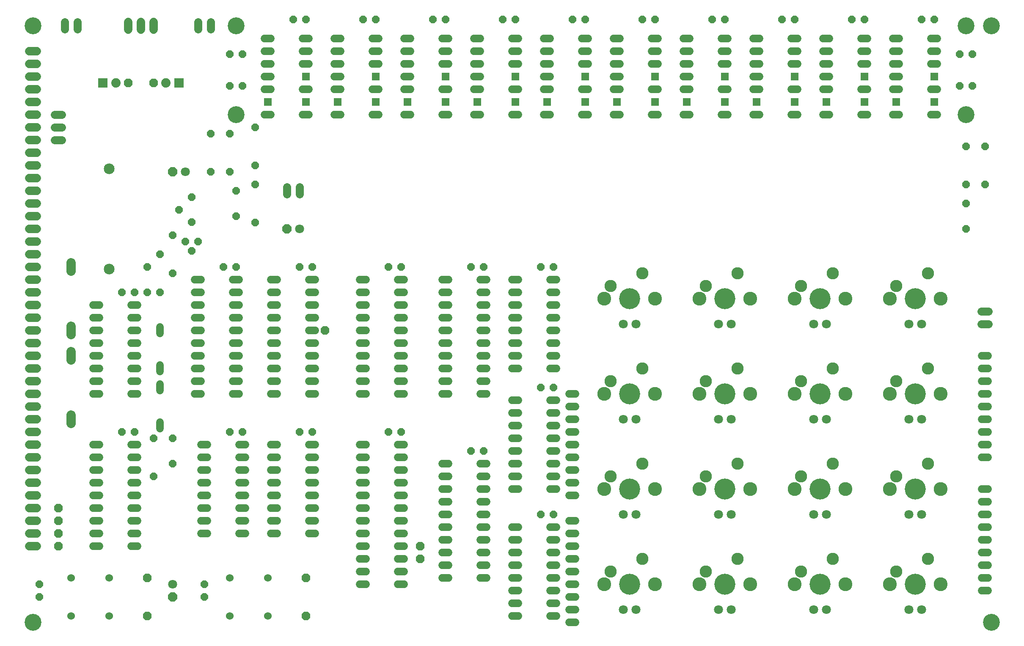
<source format=gts>
G04 EAGLE Gerber RS-274X export*
G75*
%MOMM*%
%FSLAX34Y34*%
%LPD*%
%INSoldermask Top*%
%IPPOS*%
%AMOC8*
5,1,8,0,0,1.08239X$1,22.5*%
G01*
%ADD10C,3.378200*%
%ADD11C,1.727200*%
%ADD12C,2.453200*%
%ADD13C,2.774800*%
%ADD14C,4.203600*%
%ADD15C,1.803400*%
%ADD16C,1.524000*%
%ADD17P,1.649562X8X112.500000*%
%ADD18C,1.524000*%
%ADD19P,1.869504X8X22.500000*%
%ADD20C,2.153200*%
%ADD21P,1.649562X8X292.500000*%
%ADD22C,1.879600*%
%ADD23P,1.649562X8X202.500000*%
%ADD24R,1.917700X1.917700*%
%ADD25C,1.879600*%
%ADD26C,1.625600*%
%ADD27P,1.649562X8X22.500000*%
%ADD28P,1.951982X8X292.500000*%
%ADD29P,1.951982X8X202.500000*%
%ADD30R,1.511200X1.511200*%


D10*
X38100Y38100D03*
X38100Y1231900D03*
X1955800Y1231900D03*
X1955800Y38100D03*
X1905000Y1231900D03*
X1905000Y1054100D03*
X444500Y1054100D03*
X444500Y1231900D03*
D11*
X45720Y698500D02*
X30480Y698500D01*
X30480Y723900D02*
X45720Y723900D01*
X45720Y749300D02*
X30480Y749300D01*
X30480Y774700D02*
X45720Y774700D01*
X45720Y800100D02*
X30480Y800100D01*
X30480Y825500D02*
X45720Y825500D01*
X45720Y850900D02*
X30480Y850900D01*
X30480Y876300D02*
X45720Y876300D01*
X45720Y901700D02*
X30480Y901700D01*
X30480Y927100D02*
X45720Y927100D01*
X45720Y952500D02*
X30480Y952500D01*
X30480Y977900D02*
X45720Y977900D01*
X45720Y1003300D02*
X30480Y1003300D01*
X30480Y1028700D02*
X45720Y1028700D01*
X45720Y1054100D02*
X30480Y1054100D01*
X30480Y1079500D02*
X45720Y1079500D01*
X45720Y1104900D02*
X30480Y1104900D01*
X30480Y1155700D02*
X45720Y1155700D01*
X45720Y1181100D02*
X30480Y1181100D01*
X30480Y1130300D02*
X45720Y1130300D01*
X45720Y190500D02*
X30480Y190500D01*
X30480Y215900D02*
X45720Y215900D01*
X45720Y241300D02*
X30480Y241300D01*
X30480Y266700D02*
X45720Y266700D01*
X45720Y292100D02*
X30480Y292100D01*
X30480Y317500D02*
X45720Y317500D01*
X45720Y342900D02*
X30480Y342900D01*
X30480Y368300D02*
X45720Y368300D01*
X45720Y393700D02*
X30480Y393700D01*
X30480Y419100D02*
X45720Y419100D01*
X45720Y444500D02*
X30480Y444500D01*
X30480Y469900D02*
X45720Y469900D01*
X45720Y495300D02*
X30480Y495300D01*
X30480Y520700D02*
X45720Y520700D01*
X45720Y546100D02*
X30480Y546100D01*
X30480Y571500D02*
X45720Y571500D01*
X45720Y596900D02*
X30480Y596900D01*
X30480Y622300D02*
X45720Y622300D01*
X45720Y647700D02*
X30480Y647700D01*
X30480Y673100D02*
X45720Y673100D01*
D12*
X1193800Y711200D03*
X1257300Y736600D03*
D13*
X1181100Y685800D03*
X1282700Y685800D03*
D14*
X1231900Y685800D03*
D15*
X1244600Y635000D03*
X1219200Y635000D03*
D12*
X1384300Y711200D03*
X1447800Y736600D03*
D13*
X1371600Y685800D03*
X1473200Y685800D03*
D14*
X1422400Y685800D03*
D15*
X1435100Y635000D03*
X1409700Y635000D03*
D12*
X1574800Y711200D03*
X1638300Y736600D03*
D13*
X1562100Y685800D03*
X1663700Y685800D03*
D14*
X1612900Y685800D03*
D15*
X1625600Y635000D03*
X1600200Y635000D03*
D12*
X1765300Y711200D03*
X1828800Y736600D03*
D13*
X1752600Y685800D03*
X1854200Y685800D03*
D14*
X1803400Y685800D03*
D15*
X1816100Y635000D03*
X1790700Y635000D03*
D12*
X1193800Y520700D03*
X1257300Y546100D03*
D13*
X1181100Y495300D03*
X1282700Y495300D03*
D14*
X1231900Y495300D03*
D15*
X1244600Y444500D03*
X1219200Y444500D03*
D12*
X1384300Y520700D03*
X1447800Y546100D03*
D13*
X1371600Y495300D03*
X1473200Y495300D03*
D14*
X1422400Y495300D03*
D15*
X1435100Y444500D03*
X1409700Y444500D03*
D12*
X1574800Y520700D03*
X1638300Y546100D03*
D13*
X1562100Y495300D03*
X1663700Y495300D03*
D14*
X1612900Y495300D03*
D15*
X1625600Y444500D03*
X1600200Y444500D03*
D12*
X1765300Y520700D03*
X1828800Y546100D03*
D13*
X1752600Y495300D03*
X1854200Y495300D03*
D14*
X1803400Y495300D03*
D15*
X1816100Y444500D03*
X1790700Y444500D03*
D12*
X1193800Y330200D03*
X1257300Y355600D03*
D13*
X1181100Y304800D03*
X1282700Y304800D03*
D14*
X1231900Y304800D03*
D15*
X1244600Y254000D03*
X1219200Y254000D03*
D12*
X1384300Y330200D03*
X1447800Y355600D03*
D13*
X1371600Y304800D03*
X1473200Y304800D03*
D14*
X1422400Y304800D03*
D15*
X1435100Y254000D03*
X1409700Y254000D03*
D12*
X1574800Y330200D03*
X1638300Y355600D03*
D13*
X1562100Y304800D03*
X1663700Y304800D03*
D14*
X1612900Y304800D03*
D15*
X1625600Y254000D03*
X1600200Y254000D03*
D12*
X1765300Y330200D03*
X1828800Y355600D03*
D13*
X1752600Y304800D03*
X1854200Y304800D03*
D14*
X1803400Y304800D03*
D15*
X1816100Y254000D03*
X1790700Y254000D03*
D12*
X1384300Y139700D03*
X1447800Y165100D03*
D13*
X1371600Y114300D03*
X1473200Y114300D03*
D14*
X1422400Y114300D03*
D15*
X1435100Y63500D03*
X1409700Y63500D03*
D12*
X1574800Y139700D03*
X1638300Y165100D03*
D13*
X1562100Y114300D03*
X1663700Y114300D03*
D14*
X1612900Y114300D03*
D15*
X1625600Y63500D03*
X1600200Y63500D03*
D12*
X1765300Y139700D03*
X1828800Y165100D03*
D13*
X1752600Y114300D03*
X1854200Y114300D03*
D14*
X1803400Y114300D03*
D15*
X1816100Y63500D03*
X1790700Y63500D03*
D12*
X1193800Y139700D03*
X1257300Y165100D03*
D13*
X1181100Y114300D03*
X1282700Y114300D03*
D14*
X1231900Y114300D03*
D15*
X1244600Y63500D03*
X1219200Y63500D03*
D16*
X870204Y723900D02*
X856996Y723900D01*
X856996Y698500D02*
X870204Y698500D01*
X870204Y571500D02*
X856996Y571500D01*
X856996Y546100D02*
X870204Y546100D01*
X870204Y673100D02*
X856996Y673100D01*
X856996Y647700D02*
X870204Y647700D01*
X870204Y596900D02*
X856996Y596900D01*
X856996Y622300D02*
X870204Y622300D01*
X870204Y520700D02*
X856996Y520700D01*
X856996Y495300D02*
X870204Y495300D01*
X933196Y495300D02*
X946404Y495300D01*
X946404Y520700D02*
X933196Y520700D01*
X933196Y546100D02*
X946404Y546100D01*
X946404Y571500D02*
X933196Y571500D01*
X933196Y596900D02*
X946404Y596900D01*
X946404Y622300D02*
X933196Y622300D01*
X933196Y647700D02*
X946404Y647700D01*
X946404Y673100D02*
X933196Y673100D01*
X933196Y698500D02*
X946404Y698500D01*
X946404Y723900D02*
X933196Y723900D01*
X705104Y723900D02*
X691896Y723900D01*
X691896Y698500D02*
X705104Y698500D01*
X705104Y571500D02*
X691896Y571500D01*
X691896Y546100D02*
X705104Y546100D01*
X705104Y673100D02*
X691896Y673100D01*
X691896Y647700D02*
X705104Y647700D01*
X705104Y596900D02*
X691896Y596900D01*
X691896Y622300D02*
X705104Y622300D01*
X705104Y520700D02*
X691896Y520700D01*
X691896Y495300D02*
X705104Y495300D01*
X768096Y495300D02*
X781304Y495300D01*
X781304Y520700D02*
X768096Y520700D01*
X768096Y546100D02*
X781304Y546100D01*
X781304Y571500D02*
X768096Y571500D01*
X768096Y596900D02*
X781304Y596900D01*
X781304Y622300D02*
X768096Y622300D01*
X768096Y647700D02*
X781304Y647700D01*
X781304Y673100D02*
X768096Y673100D01*
X768096Y698500D02*
X781304Y698500D01*
X781304Y723900D02*
X768096Y723900D01*
X527304Y723900D02*
X514096Y723900D01*
X514096Y698500D02*
X527304Y698500D01*
X527304Y571500D02*
X514096Y571500D01*
X514096Y546100D02*
X527304Y546100D01*
X527304Y673100D02*
X514096Y673100D01*
X514096Y647700D02*
X527304Y647700D01*
X527304Y596900D02*
X514096Y596900D01*
X514096Y622300D02*
X527304Y622300D01*
X527304Y520700D02*
X514096Y520700D01*
X514096Y495300D02*
X527304Y495300D01*
X590296Y495300D02*
X603504Y495300D01*
X603504Y520700D02*
X590296Y520700D01*
X590296Y546100D02*
X603504Y546100D01*
X603504Y571500D02*
X590296Y571500D01*
X590296Y596900D02*
X603504Y596900D01*
X603504Y622300D02*
X590296Y622300D01*
X590296Y647700D02*
X603504Y647700D01*
X603504Y673100D02*
X590296Y673100D01*
X590296Y698500D02*
X603504Y698500D01*
X603504Y723900D02*
X590296Y723900D01*
X996696Y723900D02*
X1009904Y723900D01*
X1009904Y698500D02*
X996696Y698500D01*
X996696Y571500D02*
X1009904Y571500D01*
X1009904Y546100D02*
X996696Y546100D01*
X996696Y673100D02*
X1009904Y673100D01*
X1009904Y647700D02*
X996696Y647700D01*
X996696Y596900D02*
X1009904Y596900D01*
X1009904Y622300D02*
X996696Y622300D01*
X1072896Y546100D02*
X1086104Y546100D01*
X1086104Y571500D02*
X1072896Y571500D01*
X1072896Y596900D02*
X1086104Y596900D01*
X1086104Y622300D02*
X1072896Y622300D01*
X1072896Y647700D02*
X1086104Y647700D01*
X1086104Y673100D02*
X1072896Y673100D01*
X1072896Y698500D02*
X1086104Y698500D01*
X1086104Y723900D02*
X1072896Y723900D01*
D17*
X482600Y838200D03*
X482600Y914400D03*
X482600Y952500D03*
X482600Y1028700D03*
D16*
X691896Y393700D02*
X705104Y393700D01*
X705104Y368300D02*
X691896Y368300D01*
X691896Y342900D02*
X705104Y342900D01*
X705104Y317500D02*
X691896Y317500D01*
X691896Y292100D02*
X705104Y292100D01*
X705104Y266700D02*
X691896Y266700D01*
X691896Y241300D02*
X705104Y241300D01*
X705104Y215900D02*
X691896Y215900D01*
X691896Y190500D02*
X705104Y190500D01*
X705104Y165100D02*
X691896Y165100D01*
X691896Y139700D02*
X705104Y139700D01*
X705104Y114300D02*
X691896Y114300D01*
X768096Y114300D02*
X781304Y114300D01*
X781304Y139700D02*
X768096Y139700D01*
X768096Y165100D02*
X781304Y165100D01*
X781304Y190500D02*
X768096Y190500D01*
X768096Y215900D02*
X781304Y215900D01*
X781304Y241300D02*
X768096Y241300D01*
X768096Y266700D02*
X781304Y266700D01*
X781304Y292100D02*
X768096Y292100D01*
X768096Y317500D02*
X781304Y317500D01*
X781304Y342900D02*
X768096Y342900D01*
X768096Y368300D02*
X781304Y368300D01*
X781304Y393700D02*
X768096Y393700D01*
X996696Y482600D02*
X1009904Y482600D01*
X1009904Y457200D02*
X996696Y457200D01*
X996696Y330200D02*
X1009904Y330200D01*
X1009904Y304800D02*
X996696Y304800D01*
X996696Y431800D02*
X1009904Y431800D01*
X1009904Y406400D02*
X996696Y406400D01*
X996696Y355600D02*
X1009904Y355600D01*
X1009904Y381000D02*
X996696Y381000D01*
X1072896Y304800D02*
X1086104Y304800D01*
X1086104Y330200D02*
X1072896Y330200D01*
X1072896Y355600D02*
X1086104Y355600D01*
X1086104Y381000D02*
X1072896Y381000D01*
X1072896Y406400D02*
X1086104Y406400D01*
X1086104Y431800D02*
X1072896Y431800D01*
X1072896Y457200D02*
X1086104Y457200D01*
X1086104Y482600D02*
X1072896Y482600D01*
X1009904Y228600D02*
X996696Y228600D01*
X996696Y203200D02*
X1009904Y203200D01*
X1009904Y76200D02*
X996696Y76200D01*
X996696Y50800D02*
X1009904Y50800D01*
X1009904Y177800D02*
X996696Y177800D01*
X996696Y152400D02*
X1009904Y152400D01*
X1009904Y101600D02*
X996696Y101600D01*
X996696Y127000D02*
X1009904Y127000D01*
X1072896Y50800D02*
X1086104Y50800D01*
X1086104Y76200D02*
X1072896Y76200D01*
X1072896Y101600D02*
X1086104Y101600D01*
X1086104Y127000D02*
X1072896Y127000D01*
X1072896Y152400D02*
X1086104Y152400D01*
X1086104Y177800D02*
X1072896Y177800D01*
X1072896Y203200D02*
X1086104Y203200D01*
X1086104Y228600D02*
X1072896Y228600D01*
X870204Y355600D02*
X856996Y355600D01*
X856996Y330200D02*
X870204Y330200D01*
X870204Y203200D02*
X856996Y203200D01*
X856996Y177800D02*
X870204Y177800D01*
X870204Y304800D02*
X856996Y304800D01*
X856996Y279400D02*
X870204Y279400D01*
X870204Y228600D02*
X856996Y228600D01*
X856996Y254000D02*
X870204Y254000D01*
X870204Y152400D02*
X856996Y152400D01*
X856996Y127000D02*
X870204Y127000D01*
X933196Y127000D02*
X946404Y127000D01*
X946404Y152400D02*
X933196Y152400D01*
X933196Y177800D02*
X946404Y177800D01*
X946404Y203200D02*
X933196Y203200D01*
X933196Y228600D02*
X946404Y228600D01*
X946404Y254000D02*
X933196Y254000D01*
X933196Y279400D02*
X946404Y279400D01*
X946404Y304800D02*
X933196Y304800D01*
X933196Y330200D02*
X946404Y330200D01*
X946404Y355600D02*
X933196Y355600D01*
X1110996Y292100D02*
X1124204Y292100D01*
X1124204Y317500D02*
X1110996Y317500D01*
X1110996Y342900D02*
X1124204Y342900D01*
X1124204Y368300D02*
X1110996Y368300D01*
X1110996Y393700D02*
X1124204Y393700D01*
X1124204Y419100D02*
X1110996Y419100D01*
X1110996Y444500D02*
X1124204Y444500D01*
X1124204Y469900D02*
X1110996Y469900D01*
X1110996Y495300D02*
X1124204Y495300D01*
X1124204Y38100D02*
X1110996Y38100D01*
X1110996Y63500D02*
X1124204Y63500D01*
X1124204Y88900D02*
X1110996Y88900D01*
X1110996Y114300D02*
X1124204Y114300D01*
X1124204Y139700D02*
X1110996Y139700D01*
X1110996Y165100D02*
X1124204Y165100D01*
X1124204Y190500D02*
X1110996Y190500D01*
X1110996Y215900D02*
X1124204Y215900D01*
X1124204Y241300D02*
X1110996Y241300D01*
X527304Y393700D02*
X514096Y393700D01*
X514096Y368300D02*
X527304Y368300D01*
X527304Y241300D02*
X514096Y241300D01*
X514096Y215900D02*
X527304Y215900D01*
X527304Y342900D02*
X514096Y342900D01*
X514096Y317500D02*
X527304Y317500D01*
X527304Y266700D02*
X514096Y266700D01*
X514096Y292100D02*
X527304Y292100D01*
X590296Y215900D02*
X603504Y215900D01*
X603504Y241300D02*
X590296Y241300D01*
X590296Y266700D02*
X603504Y266700D01*
X603504Y292100D02*
X590296Y292100D01*
X590296Y317500D02*
X603504Y317500D01*
X603504Y342900D02*
X590296Y342900D01*
X590296Y368300D02*
X603504Y368300D01*
X603504Y393700D02*
X590296Y393700D01*
X387604Y393700D02*
X374396Y393700D01*
X374396Y368300D02*
X387604Y368300D01*
X387604Y241300D02*
X374396Y241300D01*
X374396Y215900D02*
X387604Y215900D01*
X387604Y342900D02*
X374396Y342900D01*
X374396Y317500D02*
X387604Y317500D01*
X387604Y266700D02*
X374396Y266700D01*
X374396Y292100D02*
X387604Y292100D01*
X450596Y215900D02*
X463804Y215900D01*
X463804Y241300D02*
X450596Y241300D01*
X450596Y266700D02*
X463804Y266700D01*
X463804Y292100D02*
X450596Y292100D01*
X450596Y317500D02*
X463804Y317500D01*
X463804Y342900D02*
X450596Y342900D01*
X450596Y368300D02*
X463804Y368300D01*
X463804Y393700D02*
X450596Y393700D01*
D18*
X431800Y50800D03*
X508000Y50800D03*
X508000Y127000D03*
X431800Y127000D03*
D19*
X584200Y127000D03*
X584200Y50800D03*
D16*
X171704Y393700D02*
X158496Y393700D01*
X158496Y368300D02*
X171704Y368300D01*
X171704Y342900D02*
X158496Y342900D01*
X158496Y317500D02*
X171704Y317500D01*
X171704Y292100D02*
X158496Y292100D01*
X158496Y266700D02*
X171704Y266700D01*
X171704Y241300D02*
X158496Y241300D01*
X158496Y215900D02*
X171704Y215900D01*
X171704Y190500D02*
X158496Y190500D01*
X234696Y190500D02*
X247904Y190500D01*
X247904Y215900D02*
X234696Y215900D01*
X234696Y241300D02*
X247904Y241300D01*
X247904Y266700D02*
X234696Y266700D01*
X234696Y292100D02*
X247904Y292100D01*
X247904Y317500D02*
X234696Y317500D01*
X234696Y342900D02*
X247904Y342900D01*
X247904Y368300D02*
X234696Y368300D01*
X234696Y393700D02*
X247904Y393700D01*
D20*
X190500Y945100D03*
X190500Y745100D03*
D21*
X317500Y406400D03*
X317500Y355600D03*
D17*
X279400Y330200D03*
X279400Y406400D03*
D16*
X292100Y425196D02*
X292100Y438404D01*
X292100Y501396D02*
X292100Y514604D01*
X292100Y615696D02*
X292100Y628904D01*
X292100Y552704D02*
X292100Y539496D01*
D22*
X114300Y613918D02*
X114300Y630682D01*
X114300Y740918D02*
X114300Y757682D01*
X114300Y579882D02*
X114300Y563118D01*
X114300Y452882D02*
X114300Y436118D01*
D23*
X241300Y419100D03*
X215900Y419100D03*
D19*
X812800Y165100D03*
D16*
X171704Y673100D02*
X158496Y673100D01*
X158496Y647700D02*
X171704Y647700D01*
X171704Y520700D02*
X158496Y520700D01*
X158496Y495300D02*
X171704Y495300D01*
X171704Y622300D02*
X158496Y622300D01*
X158496Y596900D02*
X171704Y596900D01*
X171704Y546100D02*
X158496Y546100D01*
X158496Y571500D02*
X171704Y571500D01*
X234696Y495300D02*
X247904Y495300D01*
X247904Y520700D02*
X234696Y520700D01*
X234696Y546100D02*
X247904Y546100D01*
X247904Y571500D02*
X234696Y571500D01*
X234696Y596900D02*
X247904Y596900D01*
X247904Y622300D02*
X234696Y622300D01*
X234696Y647700D02*
X247904Y647700D01*
X247904Y673100D02*
X234696Y673100D01*
D21*
X292100Y774700D03*
X292100Y698500D03*
D23*
X241300Y698500D03*
X215900Y698500D03*
D18*
X114300Y50800D03*
X190500Y50800D03*
X190500Y127000D03*
X114300Y127000D03*
D19*
X266700Y127000D03*
X266700Y50800D03*
D24*
X177800Y1117600D03*
X330200Y1117600D03*
D25*
X204000Y1117600D03*
X304000Y1117600D03*
D19*
X279400Y1117600D03*
X228600Y1117600D03*
D17*
X266700Y698500D03*
X266700Y749300D03*
D23*
X584200Y1244600D03*
X558800Y1244600D03*
X723900Y1244600D03*
X698500Y1244600D03*
X863600Y1244600D03*
X838200Y1244600D03*
X1003300Y1244600D03*
X977900Y1244600D03*
X1143000Y1244600D03*
X1117600Y1244600D03*
X1282700Y1244600D03*
X1257300Y1244600D03*
X1422400Y1244600D03*
X1397000Y1244600D03*
X1562100Y1244600D03*
X1536700Y1244600D03*
X1841500Y1244600D03*
X1816100Y1244600D03*
X1701800Y1244600D03*
X1676400Y1244600D03*
X939800Y749300D03*
X914400Y749300D03*
X1079500Y749300D03*
X1054100Y749300D03*
X596900Y749300D03*
X571500Y749300D03*
X774700Y749300D03*
X749300Y749300D03*
X457200Y419100D03*
X431800Y419100D03*
X596900Y419100D03*
X571500Y419100D03*
X774700Y419100D03*
X749300Y419100D03*
X939800Y381000D03*
X914400Y381000D03*
X1079500Y508000D03*
X1054100Y508000D03*
X1079500Y254000D03*
X1054100Y254000D03*
D21*
X50800Y114300D03*
X50800Y88900D03*
X381000Y114300D03*
X381000Y88900D03*
D16*
X1936496Y571500D02*
X1949704Y571500D01*
X1949704Y546100D02*
X1936496Y546100D01*
X1936496Y520700D02*
X1949704Y520700D01*
X1949704Y495300D02*
X1936496Y495300D01*
X1936496Y469900D02*
X1949704Y469900D01*
X1949704Y444500D02*
X1936496Y444500D01*
X1936496Y419100D02*
X1949704Y419100D01*
X1949704Y393700D02*
X1936496Y393700D01*
X1936496Y368300D02*
X1949704Y368300D01*
X1949704Y304800D02*
X1936496Y304800D01*
X1936496Y279400D02*
X1949704Y279400D01*
X1949704Y254000D02*
X1936496Y254000D01*
X1936496Y228600D02*
X1949704Y228600D01*
X1949704Y203200D02*
X1936496Y203200D01*
X1936496Y177800D02*
X1949704Y177800D01*
X1949704Y152400D02*
X1936496Y152400D01*
X1936496Y127000D02*
X1949704Y127000D01*
X1949704Y101600D02*
X1936496Y101600D01*
D26*
X1935988Y660400D02*
X1950212Y660400D01*
X1950212Y635000D02*
X1935988Y635000D01*
X96012Y1003300D02*
X81788Y1003300D01*
X81788Y1028700D02*
X96012Y1028700D01*
X96012Y1054100D02*
X81788Y1054100D01*
D27*
X431800Y1174750D03*
X457200Y1174750D03*
D17*
X393700Y939800D03*
X393700Y1016000D03*
D27*
X431800Y1111250D03*
X457200Y1111250D03*
D17*
X431800Y939800D03*
X431800Y1016000D03*
D26*
X368300Y1224788D02*
X368300Y1239012D01*
X393700Y1239012D02*
X393700Y1224788D01*
D19*
X88900Y266700D03*
X88900Y241300D03*
X88900Y215900D03*
X88900Y190500D03*
X812800Y190500D03*
D27*
X1892300Y1174750D03*
X1917700Y1174750D03*
X1892300Y1111250D03*
X1917700Y1111250D03*
D17*
X1943100Y914400D03*
X1943100Y990600D03*
X1905000Y914400D03*
X1905000Y990600D03*
D28*
X317500Y88900D03*
D15*
X317500Y114300D03*
D17*
X1905000Y825500D03*
X1905000Y876300D03*
X444500Y850900D03*
X444500Y901700D03*
D21*
X355600Y838454D03*
X355600Y888746D03*
X330200Y863600D03*
D29*
X317500Y939800D03*
D15*
X342900Y939800D03*
D16*
X361696Y723900D02*
X374904Y723900D01*
X374904Y698500D02*
X361696Y698500D01*
X361696Y571500D02*
X374904Y571500D01*
X374904Y546100D02*
X361696Y546100D01*
X361696Y673100D02*
X374904Y673100D01*
X374904Y647700D02*
X361696Y647700D01*
X361696Y596900D02*
X374904Y596900D01*
X374904Y622300D02*
X361696Y622300D01*
X361696Y520700D02*
X374904Y520700D01*
X374904Y495300D02*
X361696Y495300D01*
X437896Y495300D02*
X451104Y495300D01*
X451104Y520700D02*
X437896Y520700D01*
X437896Y546100D02*
X451104Y546100D01*
X451104Y571500D02*
X437896Y571500D01*
X437896Y596900D02*
X451104Y596900D01*
X451104Y622300D02*
X437896Y622300D01*
X437896Y647700D02*
X451104Y647700D01*
X451104Y673100D02*
X437896Y673100D01*
X437896Y698500D02*
X451104Y698500D01*
X451104Y723900D02*
X437896Y723900D01*
D23*
X444500Y749300D03*
X419100Y749300D03*
D19*
X622300Y622300D03*
D23*
X342900Y800100D03*
X355600Y781050D03*
X368300Y800100D03*
D17*
X317500Y736600D03*
X317500Y812800D03*
D26*
X101600Y1224788D02*
X101600Y1239012D01*
X127000Y1239012D02*
X127000Y1224788D01*
D11*
X228600Y1224280D02*
X228600Y1239520D01*
X254000Y1239520D02*
X254000Y1224280D01*
X279400Y1224280D02*
X279400Y1239520D01*
D16*
X1758696Y1206500D02*
X1771904Y1206500D01*
X1771904Y1181100D02*
X1758696Y1181100D01*
X1758696Y1155700D02*
X1771904Y1155700D01*
X1771904Y1130300D02*
X1758696Y1130300D01*
X1758696Y1104900D02*
X1771904Y1104900D01*
X1771904Y1054100D02*
X1758696Y1054100D01*
X1834896Y1054100D02*
X1848104Y1054100D01*
X1848104Y1104900D02*
X1834896Y1104900D01*
X1834896Y1155700D02*
X1848104Y1155700D01*
X1848104Y1181100D02*
X1834896Y1181100D01*
X1834896Y1206500D02*
X1848104Y1206500D01*
D30*
X1841500Y1130300D03*
X1841500Y1079500D03*
X1765300Y1079500D03*
D16*
X1632204Y1206500D02*
X1618996Y1206500D01*
X1618996Y1181100D02*
X1632204Y1181100D01*
X1632204Y1155700D02*
X1618996Y1155700D01*
X1618996Y1130300D02*
X1632204Y1130300D01*
X1632204Y1104900D02*
X1618996Y1104900D01*
X1618996Y1054100D02*
X1632204Y1054100D01*
X1695196Y1054100D02*
X1708404Y1054100D01*
X1708404Y1104900D02*
X1695196Y1104900D01*
X1695196Y1155700D02*
X1708404Y1155700D01*
X1708404Y1181100D02*
X1695196Y1181100D01*
X1695196Y1206500D02*
X1708404Y1206500D01*
D30*
X1701800Y1130300D03*
X1701800Y1079500D03*
X1625600Y1079500D03*
D16*
X1492504Y1206500D02*
X1479296Y1206500D01*
X1479296Y1181100D02*
X1492504Y1181100D01*
X1492504Y1155700D02*
X1479296Y1155700D01*
X1479296Y1130300D02*
X1492504Y1130300D01*
X1492504Y1104900D02*
X1479296Y1104900D01*
X1479296Y1054100D02*
X1492504Y1054100D01*
X1555496Y1054100D02*
X1568704Y1054100D01*
X1568704Y1104900D02*
X1555496Y1104900D01*
X1555496Y1155700D02*
X1568704Y1155700D01*
X1568704Y1181100D02*
X1555496Y1181100D01*
X1555496Y1206500D02*
X1568704Y1206500D01*
D30*
X1562100Y1130300D03*
X1562100Y1079500D03*
X1485900Y1079500D03*
D16*
X1352804Y1206500D02*
X1339596Y1206500D01*
X1339596Y1181100D02*
X1352804Y1181100D01*
X1352804Y1155700D02*
X1339596Y1155700D01*
X1339596Y1130300D02*
X1352804Y1130300D01*
X1352804Y1104900D02*
X1339596Y1104900D01*
X1339596Y1054100D02*
X1352804Y1054100D01*
X1415796Y1054100D02*
X1429004Y1054100D01*
X1429004Y1104900D02*
X1415796Y1104900D01*
X1415796Y1155700D02*
X1429004Y1155700D01*
X1429004Y1181100D02*
X1415796Y1181100D01*
X1415796Y1206500D02*
X1429004Y1206500D01*
D30*
X1422400Y1130300D03*
X1422400Y1079500D03*
X1346200Y1079500D03*
D16*
X1213104Y1206500D02*
X1199896Y1206500D01*
X1199896Y1181100D02*
X1213104Y1181100D01*
X1213104Y1155700D02*
X1199896Y1155700D01*
X1199896Y1130300D02*
X1213104Y1130300D01*
X1213104Y1104900D02*
X1199896Y1104900D01*
X1199896Y1054100D02*
X1213104Y1054100D01*
X1276096Y1054100D02*
X1289304Y1054100D01*
X1289304Y1104900D02*
X1276096Y1104900D01*
X1276096Y1155700D02*
X1289304Y1155700D01*
X1289304Y1181100D02*
X1276096Y1181100D01*
X1276096Y1206500D02*
X1289304Y1206500D01*
D30*
X1282700Y1130300D03*
X1282700Y1079500D03*
X1206500Y1079500D03*
D16*
X1073404Y1206500D02*
X1060196Y1206500D01*
X1060196Y1181100D02*
X1073404Y1181100D01*
X1073404Y1155700D02*
X1060196Y1155700D01*
X1060196Y1130300D02*
X1073404Y1130300D01*
X1073404Y1104900D02*
X1060196Y1104900D01*
X1060196Y1054100D02*
X1073404Y1054100D01*
X1136396Y1054100D02*
X1149604Y1054100D01*
X1149604Y1104900D02*
X1136396Y1104900D01*
X1136396Y1155700D02*
X1149604Y1155700D01*
X1149604Y1181100D02*
X1136396Y1181100D01*
X1136396Y1206500D02*
X1149604Y1206500D01*
D30*
X1143000Y1130300D03*
X1143000Y1079500D03*
X1066800Y1079500D03*
D16*
X933704Y1206500D02*
X920496Y1206500D01*
X920496Y1181100D02*
X933704Y1181100D01*
X933704Y1155700D02*
X920496Y1155700D01*
X920496Y1130300D02*
X933704Y1130300D01*
X933704Y1104900D02*
X920496Y1104900D01*
X920496Y1054100D02*
X933704Y1054100D01*
X996696Y1054100D02*
X1009904Y1054100D01*
X1009904Y1104900D02*
X996696Y1104900D01*
X996696Y1155700D02*
X1009904Y1155700D01*
X1009904Y1181100D02*
X996696Y1181100D01*
X996696Y1206500D02*
X1009904Y1206500D01*
D30*
X1003300Y1130300D03*
X1003300Y1079500D03*
X927100Y1079500D03*
D16*
X794004Y1206500D02*
X780796Y1206500D01*
X780796Y1181100D02*
X794004Y1181100D01*
X794004Y1155700D02*
X780796Y1155700D01*
X780796Y1130300D02*
X794004Y1130300D01*
X794004Y1104900D02*
X780796Y1104900D01*
X780796Y1054100D02*
X794004Y1054100D01*
X856996Y1054100D02*
X870204Y1054100D01*
X870204Y1104900D02*
X856996Y1104900D01*
X856996Y1155700D02*
X870204Y1155700D01*
X870204Y1181100D02*
X856996Y1181100D01*
X856996Y1206500D02*
X870204Y1206500D01*
D30*
X863600Y1130300D03*
X863600Y1079500D03*
X787400Y1079500D03*
D16*
X654304Y1206500D02*
X641096Y1206500D01*
X641096Y1181100D02*
X654304Y1181100D01*
X654304Y1155700D02*
X641096Y1155700D01*
X641096Y1130300D02*
X654304Y1130300D01*
X654304Y1104900D02*
X641096Y1104900D01*
X641096Y1054100D02*
X654304Y1054100D01*
X717296Y1054100D02*
X730504Y1054100D01*
X730504Y1104900D02*
X717296Y1104900D01*
X717296Y1155700D02*
X730504Y1155700D01*
X730504Y1181100D02*
X717296Y1181100D01*
X717296Y1206500D02*
X730504Y1206500D01*
D30*
X723900Y1130300D03*
X723900Y1079500D03*
X647700Y1079500D03*
D16*
X514604Y1206500D02*
X501396Y1206500D01*
X501396Y1181100D02*
X514604Y1181100D01*
X514604Y1155700D02*
X501396Y1155700D01*
X501396Y1130300D02*
X514604Y1130300D01*
X514604Y1104900D02*
X501396Y1104900D01*
X501396Y1054100D02*
X514604Y1054100D01*
X577596Y1054100D02*
X590804Y1054100D01*
X590804Y1104900D02*
X577596Y1104900D01*
X577596Y1155700D02*
X590804Y1155700D01*
X590804Y1181100D02*
X577596Y1181100D01*
X577596Y1206500D02*
X590804Y1206500D01*
D30*
X584200Y1130300D03*
X584200Y1079500D03*
X508000Y1079500D03*
D26*
X571500Y908812D02*
X571500Y894588D01*
X546100Y894588D02*
X546100Y908812D01*
D29*
X546100Y825500D03*
D15*
X571500Y825500D03*
M02*

</source>
